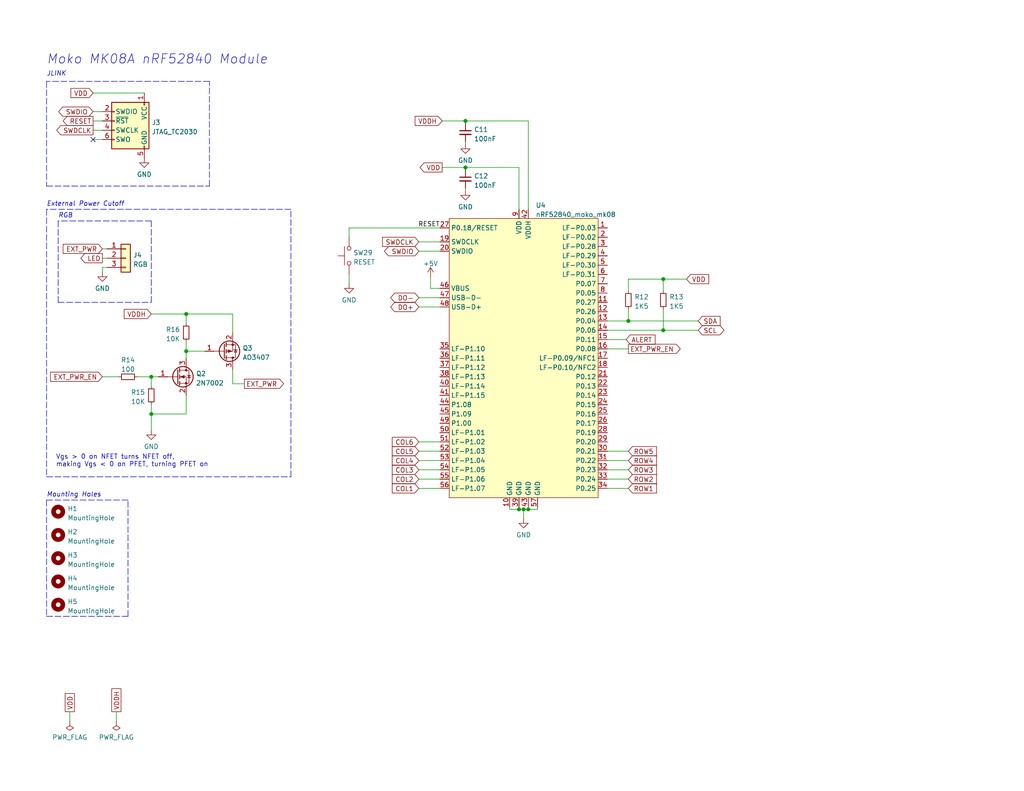
<source format=kicad_sch>
(kicad_sch (version 20211123) (generator eeschema)
  (paper "USLetter")
  (lib_symbols
    (symbol "Connector_Generic:Conn_01x03" (pin_names (offset 1.016) hide)
      (property "Reference" "J" (at 0 5.08 0))
      (property "Value" "Conn_01x03" (at 0 -5.08 0))
      (symbol "Conn_01x03_1_1"
        (rectangle (start -1.27 -2.413) (end 0 -2.667) (stroke (width 0.1524)))
        (rectangle (start -1.27 0.127) (end 0 -0.127) (stroke (width 0.1524)))
        (rectangle (start -1.27 2.667) (end 0 2.413) (stroke (width 0.1524)))
        (rectangle (start -1.27 3.81) (end 1.27 -3.81) (stroke (width 0.254)) (fill (type background)))
        (pin passive line (at -5.08 2.54 0) (length 3.81) (name "Pin_1") (number "1"))
        (pin passive line (at -5.08 0 0) (length 3.81) (name "Pin_2") (number "2"))
        (pin passive line (at -5.08 -2.54 0) (length 3.81) (name "Pin_3") (number "3"))
      )
    )
    (symbol "Device:C_Small" (pin_numbers hide) (pin_names (offset 0.254) hide)
      (property "Reference" "C" (at 0.254 1.778 0))
      (property "Value" "C_Small" (at 0.254 -2.032 0))
      (symbol "C_Small_0_1"
        (polyline (pts (xy -1.524 -0.508) (xy 1.524 -0.508)) (stroke (width 0.3302)))
        (polyline (pts (xy -1.524 0.508) (xy 1.524 0.508)) (stroke (width 0.3048)))
      )
      (symbol "C_Small_1_1"
        (pin passive line (at 0 2.54 270) (length 2.032) (name "~") (number "1"))
        (pin passive line (at 0 -2.54 90) (length 2.032) (name "~") (number "2"))
      )
    )
    (symbol "Device:R_Small" (pin_numbers hide) (pin_names (offset 0.254) hide)
      (property "Reference" "R" (at 0.762 0.508 0))
      (property "Value" "R_Small" (at 0.762 -1.016 0))
      (symbol "R_Small_0_1"
        (rectangle (start -0.762 1.778) (end 0.762 -1.778) (stroke (width 0.2032)))
      )
      (symbol "R_Small_1_1"
        (pin passive line (at 0 2.54 270) (length 0.762) (name "~") (number "1"))
        (pin passive line (at 0 -2.54 90) (length 0.762) (name "~") (number "2"))
      )
    )
    (symbol "Mechanical:MountingHole" (pin_names (offset 1.016))
      (property "Reference" "H" (at 0 5.08 0))
      (property "Value" "MountingHole" (at 0 3.175 0))
      (symbol "MountingHole_0_1"
        (circle (center 0 0) (radius 1.27) (stroke (width 1.27)))
      )
    )
    (symbol "Switch:SW_Push" (pin_numbers hide) (pin_names (offset 1.016) hide)
      (property "Reference" "SW" (at 1.27 2.54 0))
      (property "Value" "SW_Push" (at 0 -1.524 0))
      (symbol "SW_Push_0_1"
        (circle (center -2.032 0) (radius 0.508))
        (polyline (pts (xy 0 1.27) (xy 0 3.048)))
        (polyline (pts (xy 2.54 1.27) (xy -2.54 1.27)))
        (circle (center 2.032 0) (radius 0.508))
        (pin passive line (at -5.08 0 0) (length 2.54) (name "1") (number "1"))
        (pin passive line (at 5.08 0 180) (length 2.54) (name "2") (number "2"))
      )
    )
    (symbol "Transistor_FET:AO3400A" (pin_names hide)
      (property "Reference" "Q" (at 5.08 1.905 0))
      (property "Value" "AO3400A" (at 5.08 0 0))
      (symbol "AO3400A_0_1"
        (polyline (pts (xy 0.254 0) (xy -2.54 0)))
        (polyline (pts (xy 0.254 1.905) (xy 0.254 -1.905)) (stroke (width 0.254)))
        (polyline (pts (xy 0.762 -1.27) (xy 0.762 -2.286)) (stroke (width 0.254)))
        (polyline (pts (xy 0.762 0.508) (xy 0.762 -0.508)) (stroke (width 0.254)))
        (polyline (pts (xy 0.762 2.286) (xy 0.762 1.27)) (stroke (width 0.254)))
        (polyline (pts (xy 2.54 2.54) (xy 2.54 1.778)))
        (polyline (pts (xy 2.54 -2.54) (xy 2.54 0) (xy 0.762 0)))
        (polyline (pts (xy 0.762 -1.778) (xy 3.302 -1.778) (xy 3.302 1.778) (xy 0.762 1.778)))
        (polyline (pts (xy 1.016 0) (xy 2.032 0.381) (xy 2.032 -0.381) (xy 1.016 0)) (fill (type outline)))
        (polyline (pts (xy 2.794 0.508) (xy 2.921 0.381) (xy 3.683 0.381) (xy 3.81 0.254)))
        (polyline (pts (xy 3.302 0.381) (xy 2.921 -0.254) (xy 3.683 -0.254) (xy 3.302 0.381)))
        (circle (center 1.651 0) (radius 2.794) (stroke (width 0.254)))
        (circle (center 2.54 -1.778) (radius 0.254) (fill (type outline)))
        (circle (center 2.54 1.778) (radius 0.254) (fill (type outline)))
      )
      (symbol "AO3400A_1_1"
        (pin input line (at -5.08 0 0) (length 2.54) (name "G") (number "1"))
        (pin passive line (at 2.54 -5.08 90) (length 2.54) (name "S") (number "2"))
        (pin passive line (at 2.54 5.08 270) (length 2.54) (name "D") (number "3"))
      )
    )
    (symbol "Transistor_FET:AO3401A" (pin_names hide)
      (property "Reference" "Q" (at 5.08 1.905 0))
      (property "Value" "AO3401A" (at 5.08 0 0))
      (symbol "AO3401A_0_1"
        (polyline (pts (xy 0.254 0) (xy -2.54 0)))
        (polyline (pts (xy 0.254 1.905) (xy 0.254 -1.905)) (stroke (width 0.254)))
        (polyline (pts (xy 0.762 -1.27) (xy 0.762 -2.286)) (stroke (width 0.254)))
        (polyline (pts (xy 0.762 0.508) (xy 0.762 -0.508)) (stroke (width 0.254)))
        (polyline (pts (xy 0.762 2.286) (xy 0.762 1.27)) (stroke (width 0.254)))
        (polyline (pts (xy 2.54 2.54) (xy 2.54 1.778)))
        (polyline (pts (xy 2.54 -2.54) (xy 2.54 0) (xy 0.762 0)))
        (polyline (pts (xy 0.762 1.778) (xy 3.302 1.778) (xy 3.302 -1.778) (xy 0.762 -1.778)))
        (polyline (pts (xy 2.286 0) (xy 1.27 0.381) (xy 1.27 -0.381) (xy 2.286 0)) (fill (type outline)))
        (polyline (pts (xy 2.794 -0.508) (xy 2.921 -0.381) (xy 3.683 -0.381) (xy 3.81 -0.254)))
        (polyline (pts (xy 3.302 -0.381) (xy 2.921 0.254) (xy 3.683 0.254) (xy 3.302 -0.381)))
        (circle (center 1.651 0) (radius 2.794) (stroke (width 0.254)))
        (circle (center 2.54 -1.778) (radius 0.254) (fill (type outline)))
        (circle (center 2.54 1.778) (radius 0.254) (fill (type outline)))
      )
      (symbol "AO3401A_1_1"
        (pin input line (at -5.08 0 0) (length 2.54) (name "G") (number "1"))
        (pin passive line (at 2.54 -5.08 90) (length 2.54) (name "S") (number "2"))
        (pin passive line (at 2.54 5.08 270) (length 2.54) (name "D") (number "3"))
      )
    )
    (symbol "marbastlib-various:JTAG_TC2030" (pin_names (offset 1.016))
      (property "Reference" "J" (at -3.81 -6.35 0))
      (property "Value" "JTAG_TC2030" (at -10.16 8.89 0))
      (symbol "JTAG_TC2030_0_1"
        (rectangle (start -3.81 7.62) (end 6.35 -5.08) (stroke (width 0.254)) (fill (type background)))
        (rectangle (start -3.048 -2.667) (end -3.81 -2.413))
        (rectangle (start -3.048 -0.127) (end -3.81 0.127))
        (rectangle (start -3.048 2.413) (end -3.81 2.667))
        (rectangle (start -3.048 4.953) (end -3.81 5.207))
        (rectangle (start 4.953 -5.08) (end 5.207 -4.318))
        (rectangle (start 4.953 6.858) (end 5.207 7.62))
      )
      (symbol "JTAG_TC2030_1_1"
        (pin passive line (at 5.08 10.16 270) (length 2.54) (name "VCC") (number "1"))
        (pin passive line (at -6.35 5.08 0) (length 2.54) (name "SWDIO") (number "2"))
        (pin passive line (at -6.35 2.54 0) (length 2.54) (name "~{RST}") (number "3"))
        (pin passive line (at -6.35 0 0) (length 2.54) (name "SWCLK") (number "4"))
        (pin passive line (at 5.08 -7.62 90) (length 2.54) (name "GND") (number "5"))
        (pin passive line (at -6.35 -2.54 0) (length 2.54) (name "SWO") (number "6"))
      )
    )
    (symbol "marbastlib-various:nRF52840_moko_mk08"
      (property "Reference" "U" (at 5.715 -39.37 0))
      (property "Value" "nRF52840_moko_mk08" (at 13.335 39.37 0))
      (symbol "nRF52840_moko_mk08_0_0"
        (pin bidirectional line (at 22.86 35.56 180) (length 2.54) (name "LF-P0.03") (number "1"))
        (pin power_in line (at -3.81 -40.64 90) (length 2.54) (name "GND") (number "10"))
        (pin bidirectional line (at 22.86 15.24 180) (length 2.54) (name "P0.27") (number "11"))
        (pin bidirectional line (at 22.86 12.7 180) (length 2.54) (name "P0.26") (number "12"))
        (pin bidirectional line (at 22.86 10.16 180) (length 2.54) (name "P0.04") (number "13"))
        (pin bidirectional line (at 22.86 7.62 180) (length 2.54) (name "P0.06") (number "14"))
        (pin bidirectional line (at 22.86 5.08 180) (length 2.54) (name "P0.11") (number "15"))
        (pin bidirectional line (at 22.86 2.54 180) (length 2.54) (name "P0.08") (number "16"))
        (pin bidirectional line (at 22.86 0 180) (length 2.54) (name "LF-P0.09/NFC1") (number "17"))
        (pin bidirectional line (at 22.86 -2.54 180) (length 2.54) (name "LF-P0.10/NFC2") (number "18"))
        (pin bidirectional line (at -22.86 31.75 0) (length 2.54) (name "SWDCLK") (number "19"))
        (pin bidirectional line (at 22.86 33.02 180) (length 2.54) (name "LF-P0.02") (number "2"))
        (pin bidirectional line (at -22.86 29.21 0) (length 2.54) (name "SWDIO") (number "20"))
        (pin bidirectional line (at 22.86 -5.08 180) (length 2.54) (name "P0.12") (number "21"))
        (pin bidirectional line (at 22.86 -7.62 180) (length 2.54) (name "P0.13") (number "22"))
        (pin bidirectional line (at 22.86 -10.16 180) (length 2.54) (name "P0.14") (number "23"))
        (pin bidirectional line (at 22.86 -12.7 180) (length 2.54) (name "P0.15") (number "24"))
        (pin bidirectional line (at 22.86 -15.24 180) (length 2.54) (name "P0.16") (number "25"))
        (pin bidirectional line (at 22.86 -17.78 180) (length 2.54) (name "P0.17") (number "26"))
        (pin input line (at -22.86 35.56 0) (length 2.54) (name "P0.18/RESET") (number "27"))
        (pin bidirectional line (at 22.86 -20.32 180) (length 2.54) (name "P0.19") (number "28"))
        (pin bidirectional line (at 22.86 -22.86 180) (length 2.54) (name "P0.20") (number "29"))
        (pin bidirectional line (at 22.86 30.48 180) (length 2.54) (name "LF-P0.28") (number "3"))
        (pin bidirectional line (at 22.86 -25.4 180) (length 2.54) (name "P0.21") (number "30"))
        (pin bidirectional line (at 22.86 -27.94 180) (length 2.54) (name "P0.22") (number "31"))
        (pin bidirectional line (at 22.86 -30.48 180) (length 2.54) (name "P0.23") (number "32"))
        (pin bidirectional line (at 22.86 -33.02 180) (length 2.54) (name "P0.24") (number "33"))
        (pin bidirectional line (at 22.86 -35.56 180) (length 2.54) (name "P0.25") (number "34"))
        (pin bidirectional line (at -22.86 2.54 0) (length 2.54) (name "LF-P1.10") (number "35"))
        (pin bidirectional line (at -22.86 0 0) (length 2.54) (name "LF-P1.11") (number "36"))
        (pin bidirectional line (at -22.86 -2.54 0) (length 2.54) (name "LF-P1.12") (number "37"))
        (pin bidirectional line (at -22.86 -5.08 0) (length 2.54) (name "LF-P1.13") (number "38"))
        (pin power_in line (at -1.27 -40.64 90) (length 2.54) (name "GND") (number "39"))
        (pin bidirectional line (at 22.86 27.94 180) (length 2.54) (name "LF-P0.29") (number "4"))
        (pin bidirectional line (at -22.86 -7.62 0) (length 2.54) (name "LF-P1.14") (number "40"))
        (pin bidirectional line (at -22.86 -10.16 0) (length 2.54) (name "LF-P1.15") (number "41"))
        (pin power_in line (at 1.27 40.64 270) (length 2.54) (name "VDDH") (number "42"))
        (pin power_in line (at 1.27 -40.64 90) (length 2.54) (name "GND") (number "43"))
        (pin bidirectional line (at -22.86 -12.7 0) (length 2.54) (name "P1.08") (number "44"))
        (pin bidirectional line (at -22.86 -15.24 0) (length 2.54) (name "P1.09") (number "45"))
        (pin power_in line (at -22.86 19.05 0) (length 2.54) (name "VBUS") (number "46"))
        (pin bidirectional line (at -22.86 16.51 0) (length 2.54) (name "USB-D-") (number "47"))
        (pin bidirectional line (at -22.86 13.97 0) (length 2.54) (name "USB-D+") (number "48"))
        (pin bidirectional line (at -22.86 -17.78 0) (length 2.54) (name "P1.00") (number "49"))
        (pin bidirectional line (at 22.86 25.4 180) (length 2.54) (name "LF-P0.30") (number "5"))
        (pin bidirectional line (at -22.86 -20.32 0) (length 2.54) (name "LF-P1.01") (number "50"))
        (pin bidirectional line (at -22.86 -22.86 0) (length 2.54) (name "LF-P1.02") (number "51"))
        (pin bidirectional line (at -22.86 -25.4 0) (length 2.54) (name "LF-P1.03") (number "52"))
        (pin bidirectional line (at -22.86 -27.94 0) (length 2.54) (name "LF-P1.04") (number "53"))
        (pin bidirectional line (at -22.86 -30.48 0) (length 2.54) (name "LF-P1.05") (number "54"))
        (pin bidirectional line (at -22.86 -33.02 0) (length 2.54) (name "LF-P1.06") (number "55"))
        (pin bidirectional line (at -22.86 -35.56 0) (length 2.54) (name "LF-P1.07") (number "56"))
        (pin power_in line (at 3.81 -40.64 90) (length 2.54) (name "GND") (number "57"))
        (pin bidirectional line (at 22.86 22.86 180) (length 2.54) (name "LF-P0.31") (number "6"))
        (pin bidirectional line (at 22.86 20.32 180) (length 2.54) (name "P0.07") (number "7"))
        (pin bidirectional line (at 22.86 17.78 180) (length 2.54) (name "P0.05") (number "8"))
        (pin power_in line (at -1.27 40.64 270) (length 2.54) (name "VDD") (number "9"))
      )
      (symbol "nRF52840_moko_mk08_0_1"
        (rectangle (start -20.32 38.1) (end 20.32 -38.1) (stroke (width 0.1524)) (fill (type background)))
      )
    )
    (symbol "power:+5V" (power) (pin_names (offset 0))
      (property "Value" "+5V" (at 0 3.556 0))
      (symbol "+5V_0_1"
        (polyline (pts (xy -0.762 1.27) (xy 0 2.54)))
        (polyline (pts (xy 0 0) (xy 0 2.54)))
        (polyline (pts (xy 0 2.54) (xy 0.762 1.27)))
      )
      (symbol "+5V_1_1"
        (pin power_in line (at 0 0 90) (length 0) hide (name "+5V") (number "1"))
      )
    )
    (symbol "power:GND" (power) (pin_names (offset 0))
      (property "Value" "GND" (at 0 -3.81 0))
      (symbol "GND_0_1"
        (polyline (pts (xy 0 0) (xy 0 -1.27) (xy 1.27 -1.27) (xy 0 -2.54) (xy -1.27 -1.27) (xy 0 -1.27)))
      )
      (symbol "GND_1_1"
        (pin power_in line (at 0 0 270) (length 0) hide (name "GND") (number "1"))
      )
    )
    (symbol "power:PWR_FLAG" (power) (pin_numbers hide) (pin_names (offset 0) hide)
      (property "Value" "PWR_FLAG" (at 0 3.81 0))
      (symbol "PWR_FLAG_0_0"
        (pin power_out line (at 0 0 90) (length 0) (name "pwr") (number "1"))
      )
      (symbol "PWR_FLAG_0_1"
        (polyline (pts (xy 0 0) (xy 0 1.27) (xy -1.016 1.905) (xy 0 2.54) (xy 1.016 1.905) (xy 0 1.27)))
      )
    )
  )
  (junction (at 171.45 87.63))
  (junction (at 142.875 139.065))
  (junction (at 141.605 139.065))
  (junction (at 144.145 139.065))
  (junction (at 180.975 76.2))
  (junction (at 127 45.72))
  (junction (at 180.975 90.17))
  (junction (at 50.8 85.725))
  (junction (at 50.8 95.885))
  (junction (at 41.275 113.03))
  (junction (at 41.275 102.87))
  (junction (at 127 33.02))
  (no_connect (at 25.4 38.1))
  (wire (pts (xy 117.475 78.74) (xy 117.475 75.565)))
  (wire (pts (xy 114.3 133.35) (xy 120.015 133.35)))
  (wire (pts (xy 25.4 35.56) (xy 27.94 35.56)))
  (wire (pts (xy 50.8 95.885) (xy 50.8 97.79)))
  (polyline (pts (xy 79.375 130.175) (xy 79.375 57.15)))
  (wire (pts (xy 144.145 139.065) (xy 146.685 139.065)))
  (wire (pts (xy 142.875 139.065) (xy 142.875 141.605)))
  (wire (pts (xy 25.4 30.48) (xy 27.94 30.48)))
  (wire (pts (xy 180.975 84.455) (xy 180.975 90.17)))
  (wire (pts (xy 29.21 67.945) (xy 27.94 67.945)))
  (wire (pts (xy 139.065 138.43) (xy 139.065 139.065)))
  (polyline (pts (xy 79.375 57.15) (xy 12.7 57.15)))
  (wire (pts (xy 95.25 62.23) (xy 120.015 62.23)))
  (wire (pts (xy 120.65 45.72) (xy 127 45.72)))
  (polyline (pts (xy 57.15 22.225) (xy 12.7 22.225)))
  (wire (pts (xy 171.45 133.35) (xy 165.735 133.35)))
  (wire (pts (xy 144.145 33.02) (xy 127 33.02)))
  (wire (pts (xy 41.275 102.87) (xy 41.275 105.41)))
  (wire (pts (xy 171.45 84.455) (xy 171.45 87.63)))
  (wire (pts (xy 50.8 107.95) (xy 50.8 113.03)))
  (wire (pts (xy 25.4 38.1) (xy 27.94 38.1)))
  (polyline (pts (xy 12.7 130.175) (xy 79.375 130.175)))
  (wire (pts (xy 180.975 76.2) (xy 171.45 76.2)))
  (wire (pts (xy 63.5 100.965) (xy 63.5 104.775)))
  (wire (pts (xy 127 33.655) (xy 127 33.02)))
  (polyline (pts (xy 12.7 57.15) (xy 12.7 130.175)))
  (wire (pts (xy 63.5 104.775) (xy 66.675 104.775)))
  (wire (pts (xy 171.45 128.27) (xy 165.735 128.27)))
  (wire (pts (xy 114.3 123.19) (xy 120.015 123.19)))
  (polyline (pts (xy 12.7 136.525) (xy 12.7 168.275)))
  (wire (pts (xy 114.3 128.27) (xy 120.015 128.27)))
  (wire (pts (xy 27.94 102.87) (xy 32.385 102.87)))
  (wire (pts (xy 114.3 68.58) (xy 120.015 68.58)))
  (wire (pts (xy 127 46.355) (xy 127 45.72)))
  (wire (pts (xy 171.45 95.25) (xy 165.735 95.25)))
  (wire (pts (xy 142.875 139.065) (xy 144.145 139.065)))
  (wire (pts (xy 165.735 90.17) (xy 180.975 90.17)))
  (polyline (pts (xy 12.7 50.8) (xy 57.15 50.8)))
  (wire (pts (xy 139.065 139.065) (xy 141.605 139.065)))
  (wire (pts (xy 95.25 62.23) (xy 95.25 64.77)))
  (wire (pts (xy 146.685 138.43) (xy 146.685 139.065)))
  (wire (pts (xy 127 39.37) (xy 127 38.735)))
  (wire (pts (xy 41.275 85.725) (xy 50.8 85.725)))
  (wire (pts (xy 114.3 125.73) (xy 120.015 125.73)))
  (wire (pts (xy 50.8 93.345) (xy 50.8 95.885)))
  (wire (pts (xy 120.65 33.02) (xy 127 33.02)))
  (wire (pts (xy 187.325 76.2) (xy 180.975 76.2)))
  (wire (pts (xy 50.8 95.885) (xy 55.88 95.885)))
  (wire (pts (xy 127 52.07) (xy 127 51.435)))
  (wire (pts (xy 41.275 110.49) (xy 41.275 113.03)))
  (wire (pts (xy 127 45.72) (xy 141.605 45.72)))
  (wire (pts (xy 141.605 45.72) (xy 141.605 57.15)))
  (polyline (pts (xy 57.15 50.8) (xy 57.15 22.225)))
  (polyline (pts (xy 41.275 82.55) (xy 41.275 60.325)))
  (wire (pts (xy 41.275 113.03) (xy 41.275 117.475)))
  (wire (pts (xy 171.45 125.73) (xy 165.735 125.73)))
  (wire (pts (xy 27.94 70.485) (xy 29.21 70.485)))
  (wire (pts (xy 144.145 138.43) (xy 144.145 139.065)))
  (polyline (pts (xy 41.275 60.325) (xy 15.875 60.325)))
  (wire (pts (xy 95.25 77.47) (xy 95.25 74.93)))
  (polyline (pts (xy 12.7 168.275) (xy 34.925 168.275)))
  (wire (pts (xy 144.145 33.02) (xy 144.145 57.15)))
  (wire (pts (xy 63.5 85.725) (xy 50.8 85.725)))
  (wire (pts (xy 171.45 130.81) (xy 165.735 130.81)))
  (wire (pts (xy 37.465 102.87) (xy 41.275 102.87)))
  (polyline (pts (xy 34.925 168.275) (xy 34.925 136.525)))
  (wire (pts (xy 171.45 87.63) (xy 165.735 87.63)))
  (wire (pts (xy 117.475 78.74) (xy 120.015 78.74)))
  (wire (pts (xy 63.5 90.805) (xy 63.5 85.725)))
  (wire (pts (xy 170.815 92.71) (xy 165.735 92.71)))
  (wire (pts (xy 114.3 120.65) (xy 120.015 120.65)))
  (wire (pts (xy 31.75 194.31) (xy 31.75 196.85)))
  (wire (pts (xy 180.975 76.2) (xy 180.975 79.375)))
  (wire (pts (xy 19.05 194.31) (xy 19.05 196.85)))
  (wire (pts (xy 114.3 66.04) (xy 120.015 66.04)))
  (wire (pts (xy 114.3 81.28) (xy 120.015 81.28)))
  (wire (pts (xy 180.975 90.17) (xy 190.5 90.17)))
  (polyline (pts (xy 15.875 60.325) (xy 15.875 82.55)))
  (polyline (pts (xy 12.7 22.225) (xy 12.7 50.8)))
  (wire (pts (xy 27.94 73.025) (xy 27.94 74.295)))
  (wire (pts (xy 29.21 73.025) (xy 27.94 73.025)))
  (wire (pts (xy 25.4 25.4) (xy 39.37 25.4)))
  (polyline (pts (xy 15.875 82.55) (xy 41.275 82.55)))
  (wire (pts (xy 141.605 138.43) (xy 141.605 139.065)))
  (wire (pts (xy 171.45 76.2) (xy 171.45 79.375)))
  (wire (pts (xy 171.45 123.19) (xy 165.735 123.19)))
  (wire (pts (xy 114.3 130.81) (xy 120.015 130.81)))
  (wire (pts (xy 41.275 102.87) (xy 43.18 102.87)))
  (wire (pts (xy 171.45 87.63) (xy 190.5 87.63)))
  (wire (pts (xy 41.275 113.03) (xy 50.8 113.03)))
  (wire (pts (xy 141.605 139.065) (xy 142.875 139.065)))
  (wire (pts (xy 50.8 85.725) (xy 50.8 88.265)))
  (polyline (pts (xy 34.925 136.525) (xy 12.7 136.525)))
  (wire (pts (xy 114.3 83.82) (xy 120.015 83.82)))
  (wire (pts (xy 25.4 33.02) (xy 27.94 33.02)))
  (text "External Power Cutoff" (at 12.7 56.515 0) (effects (font (size 1.27 1.27) italic) (justify left bottom)))
  (text "Vgs > 0 on NFET turns NFET off, \nmaking Vgs < 0 on PFET, turning PFET on" (at 15.24 127.635 0) (effects (font (size 1.27 1.27)) (justify left bottom)))
  (text "JLINK\n" (at 12.7 20.955 0) (effects (font (size 1.27 1.27) italic) (justify left bottom)))
  (text "Moko MK08A nRF52840 Module" (at 12.7 17.78 0) (effects (font (size 2.54 2.54) italic) (justify left bottom)))
  (text "RGB" (at 15.875 59.69 0) (effects (font (size 1.27 1.27) italic) (justify left bottom)))
  (text "Mounting Holes\n" (at 12.7 135.89 0) (effects (font (size 1.27 1.27) italic) (justify left bottom)))
  (label "RESET" (at 120.015 62.23 180))
  (global_label "SWDCLK" (shape input) (at 114.3 66.04 180) (property "Intersheet References" "${INTERSHEET_REFS}" (effects hide)))
  (global_label "VDD" (shape input) (at 187.325 76.2 0) (property "Intersheet References" "${INTERSHEET_REFS}" (effects hide)))
  (global_label "DO-" (shape bidirectional) (at 114.3 81.28 180) (property "Intersheet References" "${INTERSHEET_REFS}" (effects hide)))
  (global_label "SWDCLK" (shape output) (at 25.4 35.56 180) (property "Intersheet References" "${INTERSHEET_REFS}" (effects hide)))
  (global_label "VDD" (shape output) (at 120.65 45.72 180) (property "Intersheet References" "${INTERSHEET_REFS}" (effects hide)))
  (global_label "COL4" (shape input) (at 114.3 125.73 180) (property "Intersheet References" "${INTERSHEET_REFS}" (effects hide)))
  (global_label "VDDH" (shape input) (at 41.275 85.725 180) (property "Intersheet References" "${INTERSHEET_REFS}" (effects hide)))
  (global_label "EXT_PWR" (shape input) (at 27.94 67.945 180) (property "Intersheet References" "${INTERSHEET_REFS}" (effects hide)))
  (global_label "DO+" (shape bidirectional) (at 114.3 83.82 180) (property "Intersheet References" "${INTERSHEET_REFS}" (effects hide)))
  (global_label "ROW3" (shape input) (at 171.45 128.27 0) (property "Intersheet References" "${INTERSHEET_REFS}" (effects hide)))
  (global_label "VDDH" (shape passive) (at 31.75 194.31 90) (property "Intersheet References" "${INTERSHEET_REFS}" (effects hide)))
  (global_label "ROW1" (shape input) (at 171.45 133.35 0) (property "Intersheet References" "${INTERSHEET_REFS}" (effects hide)))
  (global_label "LED" (shape output) (at 27.94 70.485 180) (property "Intersheet References" "${INTERSHEET_REFS}" (effects hide)))
  (global_label "VDDH" (shape input) (at 120.65 33.02 180) (property "Intersheet References" "${INTERSHEET_REFS}" (effects hide)))
  (global_label "COL6" (shape input) (at 114.3 120.65 180) (property "Intersheet References" "${INTERSHEET_REFS}" (effects hide)))
  (global_label "SWDIO" (shape bidirectional) (at 25.4 30.48 180) (property "Intersheet References" "${INTERSHEET_REFS}" (effects hide)))
  (global_label "SDA" (shape input) (at 190.5 87.63 0) (property "Intersheet References" "${INTERSHEET_REFS}" (effects hide)))
  (global_label "EXT_PWR" (shape output) (at 66.675 104.775 0) (property "Intersheet References" "${INTERSHEET_REFS}" (effects hide)))
  (global_label "SCL" (shape bidirectional) (at 190.5 90.17 0) (property "Intersheet References" "${INTERSHEET_REFS}" (effects hide)))
  (global_label "ALERT" (shape input) (at 170.815 92.71 0) (property "Intersheet References" "${INTERSHEET_REFS}" (effects hide)))
  (global_label "EXT_PWR_EN" (shape output) (at 171.45 95.25 0) (property "Intersheet References" "${INTERSHEET_REFS}" (effects hide)))
  (global_label "EXT_PWR_EN" (shape input) (at 27.94 102.87 180) (property "Intersheet References" "${INTERSHEET_REFS}" (effects hide)))
  (global_label "VDD" (shape passive) (at 19.05 194.31 90) (property "Intersheet References" "${INTERSHEET_REFS}" (effects hide)))
  (global_label "ROW4" (shape input) (at 171.45 125.73 0) (property "Intersheet References" "${INTERSHEET_REFS}" (effects hide)))
  (global_label "VDD" (shape input) (at 25.4 25.4 180) (property "Intersheet References" "${INTERSHEET_REFS}" (effects hide)))
  (global_label "ROW5" (shape input) (at 171.45 123.19 0) (property "Intersheet References" "${INTERSHEET_REFS}" (effects hide)))
  (global_label "COL2" (shape input) (at 114.3 130.81 180) (property "Intersheet References" "${INTERSHEET_REFS}" (effects hide)))
  (global_label "COL5" (shape input) (at 114.3 123.19 180) (property "Intersheet References" "${INTERSHEET_REFS}" (effects hide)))
  (global_label "RESET" (shape output) (at 25.4 33.02 180) (property "Intersheet References" "${INTERSHEET_REFS}" (effects hide)))
  (global_label "COL3" (shape input) (at 114.3 128.27 180) (property "Intersheet References" "${INTERSHEET_REFS}" (effects hide)))
  (global_label "SWDIO" (shape bidirectional) (at 114.3 68.58 180) (property "Intersheet References" "${INTERSHEET_REFS}" (effects hide)))
  (global_label "ROW2" (shape input) (at 171.45 130.81 0) (property "Intersheet References" "${INTERSHEET_REFS}" (effects hide)))
  (global_label "COL1" (shape input) (at 114.3 133.35 180) (property "Intersheet References" "${INTERSHEET_REFS}" (effects hide)))
  (symbol (lib_id "Mechanical:MountingHole") (at 15.875 165.1 0) (unit 1)
    (property "Reference" "H5" (at 18.415 164.2653 0) (effects (justify left)))
    (property "Value" "MountingHole" (at 18.415 166.8022 0) (effects (justify left)))
    (property "Footprint" "Athena54:MountingHole_5.4mm" (effects hide))
  )
  (symbol (lib_id "marbastlib-various:nRF52840_moko_mk08") (at 142.875 97.79 0) (unit 1)
    (property "Reference" "U4" (at 146.1644 56.041 0) (effects (justify left)))
    (property "Value" "nRF52840_moko_mk08" (at 146.1644 58.5779 0) (effects (justify left)))
    (property "Footprint" "marbastlib-various:nRF52840_moko_mk08" (effects hide))
    (property "Datasheet" "https://www.mokoblue.com/wp-content/uploads/2021/07/MK08_Bluetooth_Module_Datasheet-V1.0-20112601.pdf" (effects hide))
  )
  (symbol (lib_id "power:GND") (at 41.275 117.475 0) (unit 1)
    (property "Reference" "#PWR0125" (effects hide))
    (property "Value" "GND" (at 41.275 121.9184 0))
  )
  (symbol (lib_id "Device:R_Small") (at 41.275 107.95 0) (mirror x) (unit 1)
    (property "Reference" "R15" (at 39.624 107.1153 0) (effects (justify right)))
    (property "Value" "10K" (at 39.624 109.6522 0) (effects (justify right)))
    (property "Footprint" "Resistor_SMD:R_0603_1608Metric" (effects hide))
  )
  (symbol (lib_id "Device:C_Small") (at 127 36.195 0) (unit 1)
    (property "Reference" "C11" (at 129.3241 35.3666 0) (effects (justify left)))
    (property "Value" "100nF" (at 129.3241 37.9035 0) (effects (justify left)))
    (property "Footprint" "Capacitor_SMD:C_0603_1608Metric" (effects hide))
  )
  (symbol (lib_id "Mechanical:MountingHole") (at 15.875 146.05 0) (unit 1)
    (property "Reference" "H2" (at 18.415 145.2153 0) (effects (justify left)))
    (property "Value" "MountingHole" (at 18.415 147.7522 0) (effects (justify left)))
    (property "Footprint" "Athena54:MountingHole_5.4mm" (effects hide))
  )
  (symbol (lib_id "Device:R_Small") (at 180.975 81.915 180) (unit 1)
    (property "Reference" "R13" (at 182.626 81.0803 0) (effects (justify right)))
    (property "Value" "1K5" (at 182.626 83.6172 0) (effects (justify right)))
    (property "Footprint" "Resistor_SMD:R_0603_1608Metric" (effects hide))
  )
  (symbol (lib_id "power:GND") (at 127 52.07 0) (unit 1)
    (property "Reference" "#PWR0123" (effects hide))
    (property "Value" "GND" (at 127 56.5134 0))
  )
  (symbol (lib_id "power:GND") (at 95.25 77.47 0) (unit 1)
    (property "Reference" "#PWR0121" (effects hide))
    (property "Value" "GND" (at 95.25 81.9134 0))
  )
  (symbol (lib_id "Connector_Generic:Conn_01x03") (at 34.29 70.485 0) (unit 1)
    (property "Reference" "J4" (at 36.322 69.6503 0) (effects (justify left)))
    (property "Value" "RGB" (at 36.322 72.1872 0) (effects (justify left)))
    (property "Footprint" "Athena54:LED Header" (effects hide))
  )
  (symbol (lib_id "power:+5V") (at 117.475 75.565 0) (unit 1)
    (property "Reference" "#PWR0122" (effects hide))
    (property "Value" "+5V" (at 117.475 71.9892 0))
  )
  (symbol (lib_id "power:GND") (at 39.37 43.18 0) (unit 1)
    (property "Reference" "#PWR0109" (effects hide))
    (property "Value" "GND" (at 39.37 47.6234 0))
  )
  (symbol (lib_id "Mechanical:MountingHole") (at 15.875 139.7 0) (unit 1)
    (property "Reference" "H1" (at 18.415 138.8653 0) (effects (justify left)))
    (property "Value" "MountingHole" (at 18.415 141.4022 0) (effects (justify left)))
    (property "Footprint" "Athena54:MountingHole_5.4mm" (effects hide))
  )
  (symbol (lib_id "Transistor_FET:AO3401A") (at 60.96 95.885 0) (mirror x) (unit 1)
    (property "Reference" "Q3" (at 66.167 95.0503 0) (effects (justify left)))
    (property "Value" "AO3407" (at 66.167 97.5872 0) (effects (justify left)))
    (property "Footprint" "Package_TO_SOT_SMD:SOT-23" (effects hide))
    (property "Datasheet" "http://www.aosmd.com/pdfs/datasheet/AO3407A.pdf" (effects hide))
  )
  (symbol (lib_id "Mechanical:MountingHole") (at 15.875 158.75 0) (unit 1)
    (property "Reference" "H4" (at 18.415 157.9153 0) (effects (justify left)))
    (property "Value" "MountingHole" (at 18.415 160.4522 0) (effects (justify left)))
    (property "Footprint" "Athena54:MountingHole_5.4mm" (effects hide))
  )
  (symbol (lib_id "Mechanical:MountingHole") (at 15.875 152.4 0) (unit 1)
    (property "Reference" "H3" (at 18.415 151.5653 0) (effects (justify left)))
    (property "Value" "MountingHole" (at 18.415 154.1022 0) (effects (justify left)))
    (property "Footprint" "Athena54:MountingHole_5.4mm" (effects hide))
  )
  (symbol (lib_id "power:GND") (at 142.875 141.605 0) (unit 1)
    (property "Reference" "#PWR0120" (effects hide))
    (property "Value" "GND" (at 142.875 146.0484 0))
  )
  (symbol (lib_id "power:GND") (at 127 39.37 0) (unit 1)
    (property "Reference" "#PWR0124" (effects hide))
    (property "Value" "GND" (at 127 43.8134 0))
  )
  (symbol (lib_id "power:PWR_FLAG") (at 19.05 196.85 180) (unit 1)
    (property "Reference" "#FLG0105" (effects hide))
    (property "Value" "PWR_FLAG" (at 19.05 201.2934 0))
  )
  (symbol (lib_id "Transistor_FET:AO3400A") (at 48.26 102.87 0) (unit 1)
    (property "Reference" "Q2" (at 53.467 102.0353 0) (effects (justify left)))
    (property "Value" "2N7002" (at 53.467 104.5722 0) (effects (justify left)))
    (property "Footprint" "Package_TO_SOT_SMD:SOT-23" (effects hide))
  )
  (symbol (lib_id "power:GND") (at 27.94 74.295 0) (mirror y) (unit 1)
    (property "Reference" "#PWR0126" (effects hide))
    (property "Value" "GND" (at 27.94 78.7384 0))
  )
  (symbol (lib_id "Device:R_Small") (at 171.45 81.915 180) (unit 1)
    (property "Reference" "R12" (at 173.101 81.0803 0) (effects (justify right)))
    (property "Value" "1K5" (at 173.101 83.6172 0) (effects (justify right)))
    (property "Footprint" "Resistor_SMD:R_0603_1608Metric" (effects hide))
  )
  (symbol (lib_id "marbastlib-various:JTAG_TC2030") (at 34.29 35.56 0) (unit 1)
    (property "Reference" "J3" (at 41.402 33.4553 0) (effects (justify left)))
    (property "Value" "JTAG_TC2030" (at 41.402 35.9922 0) (effects (justify left)))
    (property "Footprint" "marbastlib-various:CON_TC2030_outlined" (effects hide))
    (property "Datasheet" " ~" (effects hide))
  )
  (symbol (lib_id "Device:C_Small") (at 127 48.895 0) (unit 1)
    (property "Reference" "C12" (at 129.3241 48.0666 0) (effects (justify left)))
    (property "Value" "100nF" (at 129.3241 50.6035 0) (effects (justify left)))
    (property "Footprint" "Capacitor_SMD:C_0603_1608Metric" (effects hide))
  )
  (symbol (lib_id "Device:R_Small") (at 34.925 102.87 90) (unit 1)
    (property "Reference" "R14" (at 34.925 98.2812 90))
    (property "Value" "100" (at 34.925 100.8181 90))
    (property "Footprint" "Resistor_SMD:R_0603_1608Metric" (effects hide))
  )
  (symbol (lib_id "Switch:SW_Push") (at 95.25 69.85 90) (unit 1)
    (property "Reference" "SW29" (at 96.393 69.0153 90) (effects (justify right)))
    (property "Value" "RESET" (at 96.393 71.5522 90) (effects (justify right)))
    (property "Footprint" "Athena54:Panasonic_EVQPUL_EVQPUC (Reversible)" (effects hide))
  )
  (symbol (lib_id "power:PWR_FLAG") (at 31.75 196.85 180) (unit 1)
    (property "Reference" "#FLG0106" (effects hide))
    (property "Value" "PWR_FLAG" (at 31.75 201.2934 0))
  )
  (symbol (lib_id "Device:R_Small") (at 50.8 90.805 0) (mirror x) (unit 1)
    (property "Reference" "R16" (at 49.149 89.9703 0) (effects (justify right)))
    (property "Value" "10K" (at 49.149 92.5072 0) (effects (justify right)))
    (property "Footprint" "Resistor_SMD:R_0603_1608Metric" (effects hide))
  )
)
</source>
